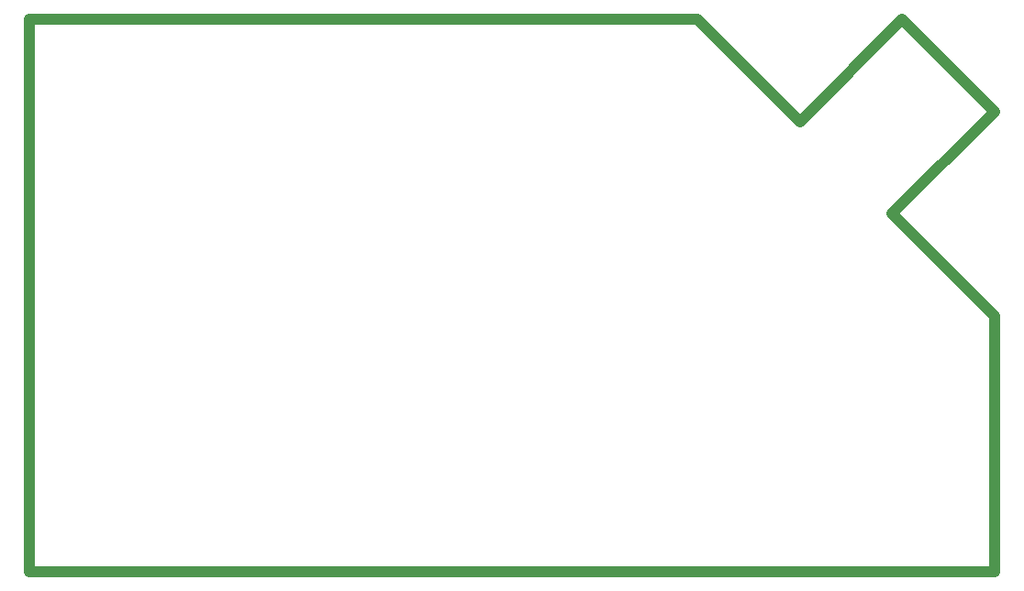
<source format=gko>
G04*
G04 #@! TF.GenerationSoftware,Altium Limited,Altium Designer,21.2.2 (38)*
G04*
G04 Layer_Color=16711935*
%FSLAX25Y25*%
%MOIN*%
G70*
G04*
G04 #@! TF.SameCoordinates,E2040CFD-8BC1-4679-B801-FCB4F48F4876*
G04*
G04*
G04 #@! TF.FilePolarity,Positive*
G04*
G01*
G75*
%ADD48C,0.03937*%
D48*
Y200787D01*
X242520Y200787D01*
X279725Y163583D01*
X316929Y200787D01*
X350394Y167323D01*
X313189Y130118D02*
X350394Y167323D01*
X313189Y130118D02*
X350394Y92913D01*
X350394Y0D02*
X350394Y92913D01*
X0Y0D02*
X350394D01*
M02*

</source>
